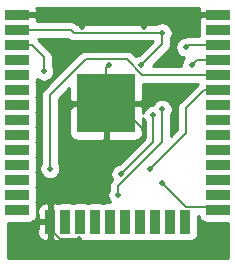
<source format=gtl>
G04 #@! TF.GenerationSoftware,KiCad,Pcbnew,(5.1.10)-1*
G04 #@! TF.CreationDate,2021-06-29T14:50:17+09:00*
G04 #@! TF.ProjectId,ble_spo2_dgmif,626c655f-7370-46f3-925f-64676d69662e,rev?*
G04 #@! TF.SameCoordinates,Original*
G04 #@! TF.FileFunction,Copper,L1,Top*
G04 #@! TF.FilePolarity,Positive*
%FSLAX46Y46*%
G04 Gerber Fmt 4.6, Leading zero omitted, Abs format (unit mm)*
G04 Created by KiCad (PCBNEW (5.1.10)-1) date 2021-06-29 14:50:17*
%MOMM*%
%LPD*%
G01*
G04 APERTURE LIST*
G04 #@! TA.AperFunction,SMDPad,CuDef*
%ADD10R,5.000000X5.000000*%
G04 #@! TD*
G04 #@! TA.AperFunction,SMDPad,CuDef*
%ADD11R,2.000000X0.900000*%
G04 #@! TD*
G04 #@! TA.AperFunction,SMDPad,CuDef*
%ADD12R,0.900000X2.000000*%
G04 #@! TD*
G04 #@! TA.AperFunction,ViaPad*
%ADD13C,0.500000*%
G04 #@! TD*
G04 #@! TA.AperFunction,Conductor*
%ADD14C,0.203200*%
G04 #@! TD*
G04 #@! TA.AperFunction,Conductor*
%ADD15C,0.254000*%
G04 #@! TD*
G04 #@! TA.AperFunction,Conductor*
%ADD16C,0.100000*%
G04 #@! TD*
G04 APERTURE END LIST*
D10*
X109000000Y-136245000D03*
D11*
X101500000Y-128745000D03*
X101500000Y-130015000D03*
X101500000Y-131285000D03*
X101500000Y-132555000D03*
X101500000Y-133825000D03*
X101500000Y-135095000D03*
X101500000Y-136365000D03*
X101500000Y-137635000D03*
X101500000Y-138905000D03*
X101500000Y-140175000D03*
X101500000Y-141445000D03*
X101500000Y-142715000D03*
X101500000Y-143985000D03*
X101500000Y-145255000D03*
D12*
X104285000Y-146255000D03*
X105555000Y-146255000D03*
X106825000Y-146255000D03*
X108095000Y-146255000D03*
X109365000Y-146255000D03*
X110635000Y-146255000D03*
X111905000Y-146255000D03*
X113175000Y-146255000D03*
X114445000Y-146255000D03*
X115715000Y-146255000D03*
D11*
X118500000Y-145255000D03*
X118500000Y-143985000D03*
X118500000Y-142715000D03*
X118500000Y-141445000D03*
X118500000Y-140175000D03*
X118500000Y-138905000D03*
X118500000Y-137635000D03*
X118500000Y-136365000D03*
X118500000Y-135095000D03*
X118500000Y-133825000D03*
X118500000Y-132555000D03*
X118500000Y-131285000D03*
X118500000Y-130015000D03*
X118500000Y-128745000D03*
D13*
X107000000Y-129750000D03*
X112250000Y-129750000D03*
X109250000Y-133000000D03*
X106750000Y-147750000D03*
X105750000Y-137000000D03*
X112250000Y-138500000D03*
X104250000Y-141750000D03*
X116250000Y-133000000D03*
X113750000Y-136750000D03*
X110000000Y-144000000D03*
X113750000Y-130250000D03*
X112000000Y-133000000D03*
X113746000Y-143000000D03*
X112750000Y-141750000D03*
X115750000Y-131500000D03*
X113000000Y-137250000D03*
X110250000Y-142250000D03*
X103750000Y-133500000D03*
D14*
X105995000Y-128745000D02*
X101500000Y-128745000D01*
X107000000Y-129750000D02*
X105995000Y-128745000D01*
X113255000Y-128745000D02*
X118500000Y-128745000D01*
X112250000Y-129750000D02*
X113255000Y-128745000D01*
X109000000Y-133250000D02*
X109250000Y-133000000D01*
X109000000Y-136245000D02*
X109000000Y-133250000D01*
X104285000Y-146892202D02*
X104285000Y-146255000D01*
X105142798Y-147750000D02*
X104285000Y-146892202D01*
X106750000Y-147750000D02*
X105142798Y-147750000D01*
X106505000Y-136245000D02*
X109000000Y-136245000D01*
X105750000Y-137000000D02*
X106505000Y-136245000D01*
X109995000Y-136245000D02*
X109000000Y-136245000D01*
X112250000Y-138500000D02*
X109995000Y-136245000D01*
X112079078Y-133825000D02*
X118500000Y-133825000D01*
X110750077Y-132495999D02*
X112079078Y-133825000D01*
X107291799Y-132495999D02*
X110750077Y-132495999D01*
X104250000Y-135537798D02*
X107291799Y-132495999D01*
X104250000Y-141750000D02*
X104250000Y-135537798D01*
X118500000Y-132555000D02*
X116695000Y-132555000D01*
X116695000Y-132555000D02*
X116250000Y-133000000D01*
X110000000Y-143245922D02*
X110000000Y-144000000D01*
X113750000Y-139495922D02*
X110000000Y-143245922D01*
X113750000Y-136750000D02*
X113750000Y-139495922D01*
X101500000Y-130015000D02*
X106015000Y-130015000D01*
X106254001Y-130254001D02*
X113745999Y-130254001D01*
X106015000Y-130015000D02*
X106254001Y-130254001D01*
X113745999Y-130254001D02*
X113750000Y-130250000D01*
X113750000Y-131250000D02*
X113750000Y-130250000D01*
X112000000Y-133000000D02*
X113750000Y-131250000D01*
X118245999Y-145000999D02*
X118500000Y-145255000D01*
X115746999Y-145000999D02*
X118245999Y-145000999D01*
X113746000Y-143000000D02*
X115746999Y-145000999D01*
X112750000Y-141750000D02*
X115750000Y-138750000D01*
X117296800Y-135095000D02*
X118500000Y-135095000D01*
X115750000Y-136641800D02*
X117296800Y-135095000D01*
X115750000Y-138750000D02*
X115750000Y-136641800D01*
X115965000Y-131285000D02*
X115750000Y-131500000D01*
X118500000Y-131285000D02*
X115965000Y-131285000D01*
X113000000Y-137250000D02*
X113000000Y-139500000D01*
X113000000Y-139500000D02*
X110250000Y-142250000D01*
X102703200Y-131285000D02*
X103750000Y-132331800D01*
X101500000Y-131285000D02*
X102703200Y-131285000D01*
X103750000Y-132331800D02*
X103750000Y-133500000D01*
D15*
X105730626Y-130777376D02*
X105842788Y-130869425D01*
X105970752Y-130937823D01*
X106109602Y-130979943D01*
X106217815Y-130990601D01*
X106217824Y-130990601D01*
X106254000Y-130994164D01*
X106290176Y-130990601D01*
X112967689Y-130990601D01*
X111826023Y-132132268D01*
X111741855Y-132149010D01*
X111580795Y-132215723D01*
X111539262Y-132243475D01*
X111296522Y-132000735D01*
X111273452Y-131972624D01*
X111161290Y-131880575D01*
X111033326Y-131812177D01*
X110894476Y-131770057D01*
X110786263Y-131759399D01*
X110786260Y-131759399D01*
X110750077Y-131755835D01*
X110713894Y-131759399D01*
X107327974Y-131759399D01*
X107291798Y-131755836D01*
X107255622Y-131759399D01*
X107255613Y-131759399D01*
X107147400Y-131770057D01*
X107008550Y-131812177D01*
X106880586Y-131880575D01*
X106768424Y-131972624D01*
X106745353Y-132000736D01*
X103754732Y-134991357D01*
X103726626Y-135014423D01*
X103703560Y-135042529D01*
X103703558Y-135042531D01*
X103634576Y-135126586D01*
X103566178Y-135254551D01*
X103524059Y-135393400D01*
X103509836Y-135537798D01*
X103513401Y-135573991D01*
X103513400Y-141259442D01*
X103465723Y-141330795D01*
X103399010Y-141491855D01*
X103365000Y-141662835D01*
X103365000Y-141837165D01*
X103399010Y-142008145D01*
X103465723Y-142169205D01*
X103562576Y-142314155D01*
X103685845Y-142437424D01*
X103830795Y-142534277D01*
X103991855Y-142600990D01*
X104162835Y-142635000D01*
X104337165Y-142635000D01*
X104508145Y-142600990D01*
X104669205Y-142534277D01*
X104814155Y-142437424D01*
X104937424Y-142314155D01*
X105034277Y-142169205D01*
X105100990Y-142008145D01*
X105135000Y-141837165D01*
X105135000Y-141662835D01*
X105100990Y-141491855D01*
X105034277Y-141330795D01*
X104986600Y-141259442D01*
X104986600Y-138745000D01*
X105861928Y-138745000D01*
X105874188Y-138869482D01*
X105910498Y-138989180D01*
X105969463Y-139099494D01*
X106048815Y-139196185D01*
X106145506Y-139275537D01*
X106255820Y-139334502D01*
X106375518Y-139370812D01*
X106500000Y-139383072D01*
X108714250Y-139380000D01*
X108873000Y-139221250D01*
X108873000Y-136372000D01*
X106023750Y-136372000D01*
X105865000Y-136530750D01*
X105861928Y-138745000D01*
X104986600Y-138745000D01*
X104986600Y-135842907D01*
X105863622Y-134965885D01*
X105865000Y-135959250D01*
X106023750Y-136118000D01*
X108873000Y-136118000D01*
X108873000Y-136098000D01*
X109127000Y-136098000D01*
X109127000Y-136118000D01*
X111976250Y-136118000D01*
X112135000Y-135959250D01*
X112136939Y-134561600D01*
X116785640Y-134561600D01*
X116773425Y-134571625D01*
X116750359Y-134599731D01*
X115254732Y-136095359D01*
X115226626Y-136118425D01*
X115203560Y-136146531D01*
X115203558Y-136146533D01*
X115134576Y-136230588D01*
X115066178Y-136358553D01*
X115062099Y-136372000D01*
X115025742Y-136491855D01*
X115024059Y-136497402D01*
X115009836Y-136641800D01*
X115013401Y-136677993D01*
X115013400Y-138444890D01*
X114486600Y-138971690D01*
X114486600Y-137240558D01*
X114534277Y-137169205D01*
X114600990Y-137008145D01*
X114635000Y-136837165D01*
X114635000Y-136662835D01*
X114600990Y-136491855D01*
X114534277Y-136330795D01*
X114437424Y-136185845D01*
X114314155Y-136062576D01*
X114169205Y-135965723D01*
X114008145Y-135899010D01*
X113837165Y-135865000D01*
X113662835Y-135865000D01*
X113491855Y-135899010D01*
X113330795Y-135965723D01*
X113185845Y-136062576D01*
X113062576Y-136185845D01*
X112965723Y-136330795D01*
X112951555Y-136365000D01*
X112912835Y-136365000D01*
X112741855Y-136399010D01*
X112580795Y-136465723D01*
X112435845Y-136562576D01*
X112312576Y-136685845D01*
X112215723Y-136830795D01*
X112149010Y-136991855D01*
X112135732Y-137058606D01*
X112135000Y-136530750D01*
X111976250Y-136372000D01*
X109127000Y-136372000D01*
X109127000Y-139221250D01*
X109285750Y-139380000D01*
X111500000Y-139383072D01*
X111624482Y-139370812D01*
X111744180Y-139334502D01*
X111854494Y-139275537D01*
X111951185Y-139196185D01*
X112030537Y-139099494D01*
X112089502Y-138989180D01*
X112125812Y-138869482D01*
X112138072Y-138745000D01*
X112136267Y-137444082D01*
X112149010Y-137508145D01*
X112215723Y-137669205D01*
X112263400Y-137740559D01*
X112263401Y-139194889D01*
X110076023Y-141382268D01*
X109991855Y-141399010D01*
X109830795Y-141465723D01*
X109685845Y-141562576D01*
X109562576Y-141685845D01*
X109465723Y-141830795D01*
X109399010Y-141991855D01*
X109365000Y-142162835D01*
X109365000Y-142337165D01*
X109399010Y-142508145D01*
X109465723Y-142669205D01*
X109492604Y-142709435D01*
X109476625Y-142722548D01*
X109384576Y-142834710D01*
X109316178Y-142962674D01*
X109274058Y-143101524D01*
X109266279Y-143180506D01*
X109259836Y-143245922D01*
X109263400Y-143282105D01*
X109263400Y-143509442D01*
X109215723Y-143580795D01*
X109149010Y-143741855D01*
X109115000Y-143912835D01*
X109115000Y-144087165D01*
X109149010Y-144258145D01*
X109215723Y-144419205D01*
X109312576Y-144564155D01*
X109365349Y-144616928D01*
X108915000Y-144616928D01*
X108790518Y-144629188D01*
X108730000Y-144647546D01*
X108669482Y-144629188D01*
X108545000Y-144616928D01*
X107645000Y-144616928D01*
X107520518Y-144629188D01*
X107460000Y-144647546D01*
X107399482Y-144629188D01*
X107275000Y-144616928D01*
X106375000Y-144616928D01*
X106250518Y-144629188D01*
X106190000Y-144647546D01*
X106129482Y-144629188D01*
X106005000Y-144616928D01*
X105105000Y-144616928D01*
X104980518Y-144629188D01*
X104920000Y-144647546D01*
X104859482Y-144629188D01*
X104735000Y-144616928D01*
X104570750Y-144620000D01*
X104412000Y-144778750D01*
X104412000Y-146128000D01*
X104432000Y-146128000D01*
X104432000Y-146382000D01*
X104412000Y-146382000D01*
X104412000Y-147731250D01*
X104570750Y-147890000D01*
X104735000Y-147893072D01*
X104859482Y-147880812D01*
X104920000Y-147862454D01*
X104980518Y-147880812D01*
X105105000Y-147893072D01*
X106005000Y-147893072D01*
X106129482Y-147880812D01*
X106190000Y-147862454D01*
X106250518Y-147880812D01*
X106375000Y-147893072D01*
X107275000Y-147893072D01*
X107399482Y-147880812D01*
X107460000Y-147862454D01*
X107520518Y-147880812D01*
X107645000Y-147893072D01*
X108545000Y-147893072D01*
X108669482Y-147880812D01*
X108730000Y-147862454D01*
X108790518Y-147880812D01*
X108915000Y-147893072D01*
X109815000Y-147893072D01*
X109939482Y-147880812D01*
X110000000Y-147862454D01*
X110060518Y-147880812D01*
X110185000Y-147893072D01*
X111085000Y-147893072D01*
X111209482Y-147880812D01*
X111270000Y-147862454D01*
X111330518Y-147880812D01*
X111455000Y-147893072D01*
X112355000Y-147893072D01*
X112479482Y-147880812D01*
X112540000Y-147862454D01*
X112600518Y-147880812D01*
X112725000Y-147893072D01*
X113625000Y-147893072D01*
X113749482Y-147880812D01*
X113810000Y-147862454D01*
X113870518Y-147880812D01*
X113995000Y-147893072D01*
X114895000Y-147893072D01*
X115019482Y-147880812D01*
X115080000Y-147862454D01*
X115140518Y-147880812D01*
X115265000Y-147893072D01*
X116165000Y-147893072D01*
X116289482Y-147880812D01*
X116409180Y-147844502D01*
X116519494Y-147785537D01*
X116616185Y-147706185D01*
X116695537Y-147609494D01*
X116754502Y-147499180D01*
X116790812Y-147379482D01*
X116803072Y-147255000D01*
X116803072Y-145737599D01*
X116865139Y-145737599D01*
X116874188Y-145829482D01*
X116910498Y-145949180D01*
X116969463Y-146059494D01*
X117048815Y-146156185D01*
X117145506Y-146235537D01*
X117255820Y-146294502D01*
X117375518Y-146330812D01*
X117500000Y-146343072D01*
X119340001Y-146343072D01*
X119340001Y-149340000D01*
X100660000Y-149340000D01*
X100660000Y-147255000D01*
X103196928Y-147255000D01*
X103209188Y-147379482D01*
X103245498Y-147499180D01*
X103304463Y-147609494D01*
X103383815Y-147706185D01*
X103480506Y-147785537D01*
X103590820Y-147844502D01*
X103710518Y-147880812D01*
X103835000Y-147893072D01*
X103999250Y-147890000D01*
X104158000Y-147731250D01*
X104158000Y-146382000D01*
X103358750Y-146382000D01*
X103200000Y-146540750D01*
X103196928Y-147255000D01*
X100660000Y-147255000D01*
X100660000Y-146343072D01*
X102500000Y-146343072D01*
X102624482Y-146330812D01*
X102744180Y-146294502D01*
X102854494Y-146235537D01*
X102951185Y-146156185D01*
X103030537Y-146059494D01*
X103089502Y-145949180D01*
X103125812Y-145829482D01*
X103138072Y-145705000D01*
X103138072Y-145255000D01*
X103196928Y-145255000D01*
X103200000Y-145969250D01*
X103358750Y-146128000D01*
X104158000Y-146128000D01*
X104158000Y-144778750D01*
X103999250Y-144620000D01*
X103835000Y-144616928D01*
X103710518Y-144629188D01*
X103590820Y-144665498D01*
X103480506Y-144724463D01*
X103383815Y-144803815D01*
X103304463Y-144900506D01*
X103245498Y-145010820D01*
X103209188Y-145130518D01*
X103196928Y-145255000D01*
X103138072Y-145255000D01*
X103138072Y-144805000D01*
X103125812Y-144680518D01*
X103107454Y-144620000D01*
X103125812Y-144559482D01*
X103138072Y-144435000D01*
X103138072Y-143535000D01*
X103125812Y-143410518D01*
X103107454Y-143350000D01*
X103125812Y-143289482D01*
X103138072Y-143165000D01*
X103138072Y-142265000D01*
X103125812Y-142140518D01*
X103107454Y-142080000D01*
X103125812Y-142019482D01*
X103138072Y-141895000D01*
X103138072Y-140995000D01*
X103125812Y-140870518D01*
X103107454Y-140810000D01*
X103125812Y-140749482D01*
X103138072Y-140625000D01*
X103138072Y-139725000D01*
X103125812Y-139600518D01*
X103107454Y-139540000D01*
X103125812Y-139479482D01*
X103138072Y-139355000D01*
X103138072Y-138455000D01*
X103125812Y-138330518D01*
X103107454Y-138270000D01*
X103125812Y-138209482D01*
X103138072Y-138085000D01*
X103138072Y-137185000D01*
X103125812Y-137060518D01*
X103107454Y-137000000D01*
X103125812Y-136939482D01*
X103138072Y-136815000D01*
X103138072Y-135915000D01*
X103125812Y-135790518D01*
X103107454Y-135730000D01*
X103125812Y-135669482D01*
X103138072Y-135545000D01*
X103138072Y-134645000D01*
X103125812Y-134520518D01*
X103107454Y-134460000D01*
X103125812Y-134399482D01*
X103138072Y-134275000D01*
X103138072Y-134139651D01*
X103185845Y-134187424D01*
X103330795Y-134284277D01*
X103491855Y-134350990D01*
X103662835Y-134385000D01*
X103837165Y-134385000D01*
X104008145Y-134350990D01*
X104169205Y-134284277D01*
X104314155Y-134187424D01*
X104437424Y-134064155D01*
X104534277Y-133919205D01*
X104600990Y-133758145D01*
X104635000Y-133587165D01*
X104635000Y-133412835D01*
X104600990Y-133241855D01*
X104534277Y-133080795D01*
X104486600Y-133009442D01*
X104486600Y-132367986D01*
X104490164Y-132331800D01*
X104475942Y-132187401D01*
X104433822Y-132048552D01*
X104433822Y-132048551D01*
X104365424Y-131920587D01*
X104357730Y-131911212D01*
X104296442Y-131836532D01*
X104296437Y-131836527D01*
X104273374Y-131808425D01*
X104245273Y-131785363D01*
X103249645Y-130789736D01*
X103226575Y-130761625D01*
X103214360Y-130751600D01*
X105709472Y-130751600D01*
X105730626Y-130777376D01*
G04 #@! TA.AperFunction,Conductor*
D16*
G36*
X105730626Y-130777376D02*
G01*
X105842788Y-130869425D01*
X105970752Y-130937823D01*
X106109602Y-130979943D01*
X106217815Y-130990601D01*
X106217824Y-130990601D01*
X106254000Y-130994164D01*
X106290176Y-130990601D01*
X112967689Y-130990601D01*
X111826023Y-132132268D01*
X111741855Y-132149010D01*
X111580795Y-132215723D01*
X111539262Y-132243475D01*
X111296522Y-132000735D01*
X111273452Y-131972624D01*
X111161290Y-131880575D01*
X111033326Y-131812177D01*
X110894476Y-131770057D01*
X110786263Y-131759399D01*
X110786260Y-131759399D01*
X110750077Y-131755835D01*
X110713894Y-131759399D01*
X107327974Y-131759399D01*
X107291798Y-131755836D01*
X107255622Y-131759399D01*
X107255613Y-131759399D01*
X107147400Y-131770057D01*
X107008550Y-131812177D01*
X106880586Y-131880575D01*
X106768424Y-131972624D01*
X106745353Y-132000736D01*
X103754732Y-134991357D01*
X103726626Y-135014423D01*
X103703560Y-135042529D01*
X103703558Y-135042531D01*
X103634576Y-135126586D01*
X103566178Y-135254551D01*
X103524059Y-135393400D01*
X103509836Y-135537798D01*
X103513401Y-135573991D01*
X103513400Y-141259442D01*
X103465723Y-141330795D01*
X103399010Y-141491855D01*
X103365000Y-141662835D01*
X103365000Y-141837165D01*
X103399010Y-142008145D01*
X103465723Y-142169205D01*
X103562576Y-142314155D01*
X103685845Y-142437424D01*
X103830795Y-142534277D01*
X103991855Y-142600990D01*
X104162835Y-142635000D01*
X104337165Y-142635000D01*
X104508145Y-142600990D01*
X104669205Y-142534277D01*
X104814155Y-142437424D01*
X104937424Y-142314155D01*
X105034277Y-142169205D01*
X105100990Y-142008145D01*
X105135000Y-141837165D01*
X105135000Y-141662835D01*
X105100990Y-141491855D01*
X105034277Y-141330795D01*
X104986600Y-141259442D01*
X104986600Y-138745000D01*
X105861928Y-138745000D01*
X105874188Y-138869482D01*
X105910498Y-138989180D01*
X105969463Y-139099494D01*
X106048815Y-139196185D01*
X106145506Y-139275537D01*
X106255820Y-139334502D01*
X106375518Y-139370812D01*
X106500000Y-139383072D01*
X108714250Y-139380000D01*
X108873000Y-139221250D01*
X108873000Y-136372000D01*
X106023750Y-136372000D01*
X105865000Y-136530750D01*
X105861928Y-138745000D01*
X104986600Y-138745000D01*
X104986600Y-135842907D01*
X105863622Y-134965885D01*
X105865000Y-135959250D01*
X106023750Y-136118000D01*
X108873000Y-136118000D01*
X108873000Y-136098000D01*
X109127000Y-136098000D01*
X109127000Y-136118000D01*
X111976250Y-136118000D01*
X112135000Y-135959250D01*
X112136939Y-134561600D01*
X116785640Y-134561600D01*
X116773425Y-134571625D01*
X116750359Y-134599731D01*
X115254732Y-136095359D01*
X115226626Y-136118425D01*
X115203560Y-136146531D01*
X115203558Y-136146533D01*
X115134576Y-136230588D01*
X115066178Y-136358553D01*
X115062099Y-136372000D01*
X115025742Y-136491855D01*
X115024059Y-136497402D01*
X115009836Y-136641800D01*
X115013401Y-136677993D01*
X115013400Y-138444890D01*
X114486600Y-138971690D01*
X114486600Y-137240558D01*
X114534277Y-137169205D01*
X114600990Y-137008145D01*
X114635000Y-136837165D01*
X114635000Y-136662835D01*
X114600990Y-136491855D01*
X114534277Y-136330795D01*
X114437424Y-136185845D01*
X114314155Y-136062576D01*
X114169205Y-135965723D01*
X114008145Y-135899010D01*
X113837165Y-135865000D01*
X113662835Y-135865000D01*
X113491855Y-135899010D01*
X113330795Y-135965723D01*
X113185845Y-136062576D01*
X113062576Y-136185845D01*
X112965723Y-136330795D01*
X112951555Y-136365000D01*
X112912835Y-136365000D01*
X112741855Y-136399010D01*
X112580795Y-136465723D01*
X112435845Y-136562576D01*
X112312576Y-136685845D01*
X112215723Y-136830795D01*
X112149010Y-136991855D01*
X112135732Y-137058606D01*
X112135000Y-136530750D01*
X111976250Y-136372000D01*
X109127000Y-136372000D01*
X109127000Y-139221250D01*
X109285750Y-139380000D01*
X111500000Y-139383072D01*
X111624482Y-139370812D01*
X111744180Y-139334502D01*
X111854494Y-139275537D01*
X111951185Y-139196185D01*
X112030537Y-139099494D01*
X112089502Y-138989180D01*
X112125812Y-138869482D01*
X112138072Y-138745000D01*
X112136267Y-137444082D01*
X112149010Y-137508145D01*
X112215723Y-137669205D01*
X112263400Y-137740559D01*
X112263401Y-139194889D01*
X110076023Y-141382268D01*
X109991855Y-141399010D01*
X109830795Y-141465723D01*
X109685845Y-141562576D01*
X109562576Y-141685845D01*
X109465723Y-141830795D01*
X109399010Y-141991855D01*
X109365000Y-142162835D01*
X109365000Y-142337165D01*
X109399010Y-142508145D01*
X109465723Y-142669205D01*
X109492604Y-142709435D01*
X109476625Y-142722548D01*
X109384576Y-142834710D01*
X109316178Y-142962674D01*
X109274058Y-143101524D01*
X109266279Y-143180506D01*
X109259836Y-143245922D01*
X109263400Y-143282105D01*
X109263400Y-143509442D01*
X109215723Y-143580795D01*
X109149010Y-143741855D01*
X109115000Y-143912835D01*
X109115000Y-144087165D01*
X109149010Y-144258145D01*
X109215723Y-144419205D01*
X109312576Y-144564155D01*
X109365349Y-144616928D01*
X108915000Y-144616928D01*
X108790518Y-144629188D01*
X108730000Y-144647546D01*
X108669482Y-144629188D01*
X108545000Y-144616928D01*
X107645000Y-144616928D01*
X107520518Y-144629188D01*
X107460000Y-144647546D01*
X107399482Y-144629188D01*
X107275000Y-144616928D01*
X106375000Y-144616928D01*
X106250518Y-144629188D01*
X106190000Y-144647546D01*
X106129482Y-144629188D01*
X106005000Y-144616928D01*
X105105000Y-144616928D01*
X104980518Y-144629188D01*
X104920000Y-144647546D01*
X104859482Y-144629188D01*
X104735000Y-144616928D01*
X104570750Y-144620000D01*
X104412000Y-144778750D01*
X104412000Y-146128000D01*
X104432000Y-146128000D01*
X104432000Y-146382000D01*
X104412000Y-146382000D01*
X104412000Y-147731250D01*
X104570750Y-147890000D01*
X104735000Y-147893072D01*
X104859482Y-147880812D01*
X104920000Y-147862454D01*
X104980518Y-147880812D01*
X105105000Y-147893072D01*
X106005000Y-147893072D01*
X106129482Y-147880812D01*
X106190000Y-147862454D01*
X106250518Y-147880812D01*
X106375000Y-147893072D01*
X107275000Y-147893072D01*
X107399482Y-147880812D01*
X107460000Y-147862454D01*
X107520518Y-147880812D01*
X107645000Y-147893072D01*
X108545000Y-147893072D01*
X108669482Y-147880812D01*
X108730000Y-147862454D01*
X108790518Y-147880812D01*
X108915000Y-147893072D01*
X109815000Y-147893072D01*
X109939482Y-147880812D01*
X110000000Y-147862454D01*
X110060518Y-147880812D01*
X110185000Y-147893072D01*
X111085000Y-147893072D01*
X111209482Y-147880812D01*
X111270000Y-147862454D01*
X111330518Y-147880812D01*
X111455000Y-147893072D01*
X112355000Y-147893072D01*
X112479482Y-147880812D01*
X112540000Y-147862454D01*
X112600518Y-147880812D01*
X112725000Y-147893072D01*
X113625000Y-147893072D01*
X113749482Y-147880812D01*
X113810000Y-147862454D01*
X113870518Y-147880812D01*
X113995000Y-147893072D01*
X114895000Y-147893072D01*
X115019482Y-147880812D01*
X115080000Y-147862454D01*
X115140518Y-147880812D01*
X115265000Y-147893072D01*
X116165000Y-147893072D01*
X116289482Y-147880812D01*
X116409180Y-147844502D01*
X116519494Y-147785537D01*
X116616185Y-147706185D01*
X116695537Y-147609494D01*
X116754502Y-147499180D01*
X116790812Y-147379482D01*
X116803072Y-147255000D01*
X116803072Y-145737599D01*
X116865139Y-145737599D01*
X116874188Y-145829482D01*
X116910498Y-145949180D01*
X116969463Y-146059494D01*
X117048815Y-146156185D01*
X117145506Y-146235537D01*
X117255820Y-146294502D01*
X117375518Y-146330812D01*
X117500000Y-146343072D01*
X119340001Y-146343072D01*
X119340001Y-149340000D01*
X100660000Y-149340000D01*
X100660000Y-147255000D01*
X103196928Y-147255000D01*
X103209188Y-147379482D01*
X103245498Y-147499180D01*
X103304463Y-147609494D01*
X103383815Y-147706185D01*
X103480506Y-147785537D01*
X103590820Y-147844502D01*
X103710518Y-147880812D01*
X103835000Y-147893072D01*
X103999250Y-147890000D01*
X104158000Y-147731250D01*
X104158000Y-146382000D01*
X103358750Y-146382000D01*
X103200000Y-146540750D01*
X103196928Y-147255000D01*
X100660000Y-147255000D01*
X100660000Y-146343072D01*
X102500000Y-146343072D01*
X102624482Y-146330812D01*
X102744180Y-146294502D01*
X102854494Y-146235537D01*
X102951185Y-146156185D01*
X103030537Y-146059494D01*
X103089502Y-145949180D01*
X103125812Y-145829482D01*
X103138072Y-145705000D01*
X103138072Y-145255000D01*
X103196928Y-145255000D01*
X103200000Y-145969250D01*
X103358750Y-146128000D01*
X104158000Y-146128000D01*
X104158000Y-144778750D01*
X103999250Y-144620000D01*
X103835000Y-144616928D01*
X103710518Y-144629188D01*
X103590820Y-144665498D01*
X103480506Y-144724463D01*
X103383815Y-144803815D01*
X103304463Y-144900506D01*
X103245498Y-145010820D01*
X103209188Y-145130518D01*
X103196928Y-145255000D01*
X103138072Y-145255000D01*
X103138072Y-144805000D01*
X103125812Y-144680518D01*
X103107454Y-144620000D01*
X103125812Y-144559482D01*
X103138072Y-144435000D01*
X103138072Y-143535000D01*
X103125812Y-143410518D01*
X103107454Y-143350000D01*
X103125812Y-143289482D01*
X103138072Y-143165000D01*
X103138072Y-142265000D01*
X103125812Y-142140518D01*
X103107454Y-142080000D01*
X103125812Y-142019482D01*
X103138072Y-141895000D01*
X103138072Y-140995000D01*
X103125812Y-140870518D01*
X103107454Y-140810000D01*
X103125812Y-140749482D01*
X103138072Y-140625000D01*
X103138072Y-139725000D01*
X103125812Y-139600518D01*
X103107454Y-139540000D01*
X103125812Y-139479482D01*
X103138072Y-139355000D01*
X103138072Y-138455000D01*
X103125812Y-138330518D01*
X103107454Y-138270000D01*
X103125812Y-138209482D01*
X103138072Y-138085000D01*
X103138072Y-137185000D01*
X103125812Y-137060518D01*
X103107454Y-137000000D01*
X103125812Y-136939482D01*
X103138072Y-136815000D01*
X103138072Y-135915000D01*
X103125812Y-135790518D01*
X103107454Y-135730000D01*
X103125812Y-135669482D01*
X103138072Y-135545000D01*
X103138072Y-134645000D01*
X103125812Y-134520518D01*
X103107454Y-134460000D01*
X103125812Y-134399482D01*
X103138072Y-134275000D01*
X103138072Y-134139651D01*
X103185845Y-134187424D01*
X103330795Y-134284277D01*
X103491855Y-134350990D01*
X103662835Y-134385000D01*
X103837165Y-134385000D01*
X104008145Y-134350990D01*
X104169205Y-134284277D01*
X104314155Y-134187424D01*
X104437424Y-134064155D01*
X104534277Y-133919205D01*
X104600990Y-133758145D01*
X104635000Y-133587165D01*
X104635000Y-133412835D01*
X104600990Y-133241855D01*
X104534277Y-133080795D01*
X104486600Y-133009442D01*
X104486600Y-132367986D01*
X104490164Y-132331800D01*
X104475942Y-132187401D01*
X104433822Y-132048552D01*
X104433822Y-132048551D01*
X104365424Y-131920587D01*
X104357730Y-131911212D01*
X104296442Y-131836532D01*
X104296437Y-131836527D01*
X104273374Y-131808425D01*
X104245273Y-131785363D01*
X103249645Y-130789736D01*
X103226575Y-130761625D01*
X103214360Y-130751600D01*
X105709472Y-130751600D01*
X105730626Y-130777376D01*
G37*
G04 #@! TD.AperFunction*
D15*
X116874188Y-128170518D02*
X116861928Y-128295000D01*
X116865000Y-128459250D01*
X117023750Y-128618000D01*
X118373000Y-128618000D01*
X118373000Y-128598000D01*
X118627000Y-128598000D01*
X118627000Y-128618000D01*
X118647000Y-128618000D01*
X118647000Y-128872000D01*
X118627000Y-128872000D01*
X118627000Y-128892000D01*
X118373000Y-128892000D01*
X118373000Y-128872000D01*
X117023750Y-128872000D01*
X116865000Y-129030750D01*
X116861928Y-129195000D01*
X116874188Y-129319482D01*
X116892546Y-129380000D01*
X116874188Y-129440518D01*
X116861928Y-129565000D01*
X116861928Y-130465000D01*
X116870142Y-130548400D01*
X116001186Y-130548400D01*
X115965000Y-130544836D01*
X115928814Y-130548400D01*
X115820601Y-130559058D01*
X115681751Y-130601178D01*
X115651776Y-130617200D01*
X115491855Y-130649010D01*
X115330795Y-130715723D01*
X115185845Y-130812576D01*
X115062576Y-130935845D01*
X114965723Y-131080795D01*
X114899010Y-131241855D01*
X114865000Y-131412835D01*
X114865000Y-131587165D01*
X114899010Y-131758145D01*
X114965723Y-131919205D01*
X115062576Y-132064155D01*
X115185845Y-132187424D01*
X115330795Y-132284277D01*
X115491855Y-132350990D01*
X115621619Y-132376802D01*
X115562576Y-132435845D01*
X115465723Y-132580795D01*
X115399010Y-132741855D01*
X115365000Y-132912835D01*
X115365000Y-133087165D01*
X115365246Y-133088400D01*
X112953309Y-133088400D01*
X114245273Y-131796437D01*
X114273374Y-131773375D01*
X114296437Y-131745273D01*
X114296442Y-131745268D01*
X114365424Y-131661213D01*
X114395012Y-131605858D01*
X114433822Y-131533249D01*
X114475942Y-131394399D01*
X114486600Y-131286186D01*
X114486600Y-131286185D01*
X114490164Y-131250000D01*
X114486600Y-131213814D01*
X114486600Y-130740558D01*
X114534277Y-130669205D01*
X114600990Y-130508145D01*
X114635000Y-130337165D01*
X114635000Y-130162835D01*
X114600990Y-129991855D01*
X114534277Y-129830795D01*
X114437424Y-129685845D01*
X114314155Y-129562576D01*
X114169205Y-129465723D01*
X114008145Y-129399010D01*
X113837165Y-129365000D01*
X113662835Y-129365000D01*
X113491855Y-129399010D01*
X113330795Y-129465723D01*
X113253454Y-129517401D01*
X106559529Y-129517401D01*
X106538375Y-129491625D01*
X106426213Y-129399576D01*
X106298249Y-129331178D01*
X106159399Y-129289058D01*
X106051186Y-129278400D01*
X106051183Y-129278400D01*
X106015000Y-129274836D01*
X105978817Y-129278400D01*
X103129858Y-129278400D01*
X103138072Y-129195000D01*
X103135000Y-129030750D01*
X102976250Y-128872000D01*
X101627000Y-128872000D01*
X101627000Y-128892000D01*
X101373000Y-128892000D01*
X101373000Y-128872000D01*
X101353000Y-128872000D01*
X101353000Y-128618000D01*
X101373000Y-128618000D01*
X101373000Y-128598000D01*
X101627000Y-128598000D01*
X101627000Y-128618000D01*
X102976250Y-128618000D01*
X103135000Y-128459250D01*
X103138072Y-128295000D01*
X103125812Y-128170518D01*
X103112611Y-128127000D01*
X116887389Y-128127000D01*
X116874188Y-128170518D01*
G04 #@! TA.AperFunction,Conductor*
D16*
G36*
X116874188Y-128170518D02*
G01*
X116861928Y-128295000D01*
X116865000Y-128459250D01*
X117023750Y-128618000D01*
X118373000Y-128618000D01*
X118373000Y-128598000D01*
X118627000Y-128598000D01*
X118627000Y-128618000D01*
X118647000Y-128618000D01*
X118647000Y-128872000D01*
X118627000Y-128872000D01*
X118627000Y-128892000D01*
X118373000Y-128892000D01*
X118373000Y-128872000D01*
X117023750Y-128872000D01*
X116865000Y-129030750D01*
X116861928Y-129195000D01*
X116874188Y-129319482D01*
X116892546Y-129380000D01*
X116874188Y-129440518D01*
X116861928Y-129565000D01*
X116861928Y-130465000D01*
X116870142Y-130548400D01*
X116001186Y-130548400D01*
X115965000Y-130544836D01*
X115928814Y-130548400D01*
X115820601Y-130559058D01*
X115681751Y-130601178D01*
X115651776Y-130617200D01*
X115491855Y-130649010D01*
X115330795Y-130715723D01*
X115185845Y-130812576D01*
X115062576Y-130935845D01*
X114965723Y-131080795D01*
X114899010Y-131241855D01*
X114865000Y-131412835D01*
X114865000Y-131587165D01*
X114899010Y-131758145D01*
X114965723Y-131919205D01*
X115062576Y-132064155D01*
X115185845Y-132187424D01*
X115330795Y-132284277D01*
X115491855Y-132350990D01*
X115621619Y-132376802D01*
X115562576Y-132435845D01*
X115465723Y-132580795D01*
X115399010Y-132741855D01*
X115365000Y-132912835D01*
X115365000Y-133087165D01*
X115365246Y-133088400D01*
X112953309Y-133088400D01*
X114245273Y-131796437D01*
X114273374Y-131773375D01*
X114296437Y-131745273D01*
X114296442Y-131745268D01*
X114365424Y-131661213D01*
X114395012Y-131605858D01*
X114433822Y-131533249D01*
X114475942Y-131394399D01*
X114486600Y-131286186D01*
X114486600Y-131286185D01*
X114490164Y-131250000D01*
X114486600Y-131213814D01*
X114486600Y-130740558D01*
X114534277Y-130669205D01*
X114600990Y-130508145D01*
X114635000Y-130337165D01*
X114635000Y-130162835D01*
X114600990Y-129991855D01*
X114534277Y-129830795D01*
X114437424Y-129685845D01*
X114314155Y-129562576D01*
X114169205Y-129465723D01*
X114008145Y-129399010D01*
X113837165Y-129365000D01*
X113662835Y-129365000D01*
X113491855Y-129399010D01*
X113330795Y-129465723D01*
X113253454Y-129517401D01*
X106559529Y-129517401D01*
X106538375Y-129491625D01*
X106426213Y-129399576D01*
X106298249Y-129331178D01*
X106159399Y-129289058D01*
X106051186Y-129278400D01*
X106051183Y-129278400D01*
X106015000Y-129274836D01*
X105978817Y-129278400D01*
X103129858Y-129278400D01*
X103138072Y-129195000D01*
X103135000Y-129030750D01*
X102976250Y-128872000D01*
X101627000Y-128872000D01*
X101627000Y-128892000D01*
X101373000Y-128892000D01*
X101373000Y-128872000D01*
X101353000Y-128872000D01*
X101353000Y-128618000D01*
X101373000Y-128618000D01*
X101373000Y-128598000D01*
X101627000Y-128598000D01*
X101627000Y-128618000D01*
X102976250Y-128618000D01*
X103135000Y-128459250D01*
X103138072Y-128295000D01*
X103125812Y-128170518D01*
X103112611Y-128127000D01*
X116887389Y-128127000D01*
X116874188Y-128170518D01*
G37*
G04 #@! TD.AperFunction*
M02*

</source>
